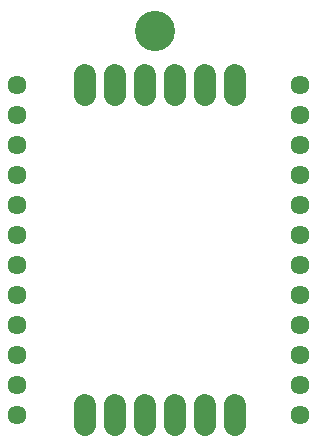
<source format=gbs>
G75*
G70*
%OFA0B0*%
%FSLAX24Y24*%
%IPPOS*%
%LPD*%
%AMOC8*
5,1,8,0,0,1.08239X$1,22.5*
%
%ADD10C,0.1340*%
%ADD11C,0.0635*%
%ADD12C,0.0720*%
D10*
X006459Y014294D03*
D11*
X001859Y001494D03*
X001859Y002494D03*
X001859Y003494D03*
X001859Y004494D03*
X001859Y005494D03*
X001859Y006494D03*
X001859Y007494D03*
X001859Y008494D03*
X001859Y009494D03*
X001859Y010494D03*
X001859Y011494D03*
X001859Y012494D03*
X011284Y012494D03*
X011284Y011494D03*
X011284Y010494D03*
X011284Y009494D03*
X011284Y008494D03*
X011284Y007494D03*
X011284Y006494D03*
X011284Y005494D03*
X011284Y004494D03*
X011284Y003494D03*
X011284Y002494D03*
X011284Y001494D03*
D12*
X009109Y001814D02*
X009109Y001174D01*
X008109Y001174D02*
X008109Y001814D01*
X007109Y001814D02*
X007109Y001174D01*
X006109Y001174D02*
X006109Y001814D01*
X005109Y001814D02*
X005109Y001174D01*
X004109Y001174D02*
X004109Y001814D01*
X004109Y012174D02*
X004109Y012814D01*
X005109Y012814D02*
X005109Y012174D01*
X006109Y012174D02*
X006109Y012814D01*
X007109Y012814D02*
X007109Y012174D01*
X008109Y012174D02*
X008109Y012814D01*
X009109Y012814D02*
X009109Y012174D01*
M02*

</source>
